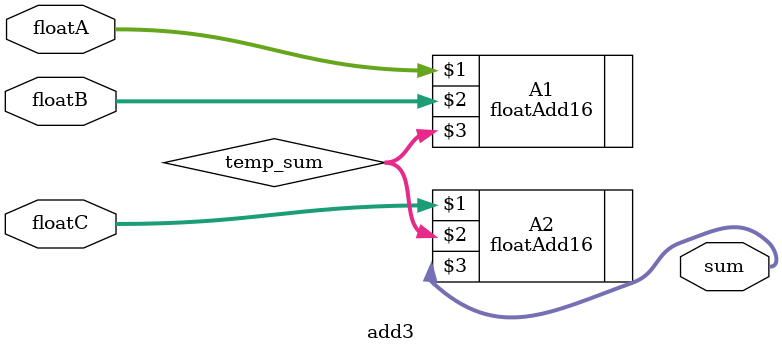
<source format=v>
module add3 (floatA,floatB,floatC,sum);
	
input  [15:0] floatA, floatB, floatC;  // 输入float16数据A和B
output [15:0] sum;   // 输出为float16数据sum

wire [15:0] temp_sum;

floatAdd16 A1 (floatA,floatB,temp_sum); // float16乘法运算
floatAdd16 A2 (floatC,temp_sum,sum); // float16乘法运算

endmodule

</source>
